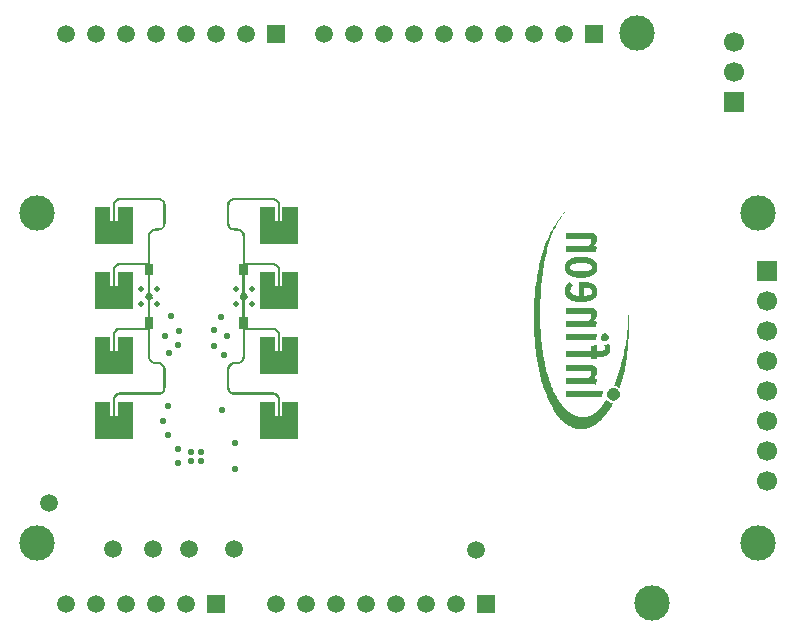
<source format=gbl>
G04*
G04 #@! TF.GenerationSoftware,Altium Limited,Altium Designer,20.1.11 (218)*
G04*
G04 Layer_Physical_Order=6*
G04 Layer_Color=16711680*
%FSLAX25Y25*%
%MOIN*%
G70*
G04*
G04 #@! TF.SameCoordinates,FBA81C19-FCCB-422B-9B6C-78DF9D3B5762*
G04*
G04*
G04 #@! TF.FilePolarity,Positive*
G04*
G01*
G75*
%ADD36R,0.05906X0.05906*%
%ADD49C,0.06693*%
%ADD50R,0.06693X0.06693*%
%ADD87C,0.01968*%
%ADD88C,0.05906*%
%ADD89C,0.11811*%
%ADD91C,0.02165*%
%ADD102C,0.05906*%
G36*
X79924Y146244D02*
X80514Y146008D01*
X80987Y145653D01*
X81341Y145181D01*
X81617Y144630D01*
X81695Y144000D01*
Y138449D01*
X82483D01*
Y143213D01*
X87562D01*
Y130693D01*
X75042D01*
Y143213D01*
X80120D01*
Y138449D01*
X80908D01*
Y143961D01*
X80869Y144354D01*
X80711Y144748D01*
X80436Y145063D01*
X80120Y145338D01*
X79727Y145496D01*
X79333Y145535D01*
X66617D01*
X66144Y145457D01*
X65750Y145299D01*
X65357Y145024D01*
X65081Y144630D01*
X64924Y144236D01*
X64845Y143764D01*
Y137858D01*
X64924Y137386D01*
X65081Y136992D01*
X65357Y136598D01*
X65750Y136323D01*
X66144Y136165D01*
X66617Y136087D01*
X67443D01*
X68113Y136008D01*
X68743Y135732D01*
X69254Y135338D01*
X69648Y134787D01*
X69924Y134197D01*
X70002Y133528D01*
Y124669D01*
X79333D01*
X79924Y124591D01*
X80514Y124354D01*
X80987Y124000D01*
X81341Y123528D01*
X81617Y122976D01*
X81695Y122346D01*
Y116795D01*
X82483D01*
Y121559D01*
X87562D01*
Y109039D01*
X75042D01*
Y121559D01*
X80120D01*
Y116795D01*
X80908D01*
Y122307D01*
X80869Y122701D01*
X80711Y123094D01*
X80436Y123409D01*
X80120Y123685D01*
X79727Y123843D01*
X79333Y123882D01*
X71065D01*
Y120457D01*
X70042D01*
Y114630D01*
X70357Y114472D01*
X70593Y114236D01*
X70790Y113961D01*
X70869Y113606D01*
Y113291D01*
X70790Y112937D01*
X70593Y112661D01*
X70357Y112425D01*
X70042Y112268D01*
Y106441D01*
X71065D01*
Y103016D01*
X79333D01*
X79924Y102937D01*
X80514Y102701D01*
X80987Y102346D01*
X81341Y101874D01*
X81617Y101323D01*
X81695Y100693D01*
Y95142D01*
X82483D01*
Y99906D01*
X87562D01*
Y87386D01*
X75042D01*
Y99906D01*
X80120D01*
Y95142D01*
X80908D01*
Y100654D01*
X80869Y101047D01*
X80711Y101441D01*
X80436Y101756D01*
X80120Y102032D01*
X79727Y102189D01*
X79333Y102228D01*
X70002D01*
Y93370D01*
X69924Y92701D01*
X69648Y92110D01*
X69254Y91559D01*
X68743Y91165D01*
X68113Y90890D01*
X67443Y90811D01*
X66617D01*
X66144Y90732D01*
X65750Y90575D01*
X65357Y90299D01*
X65081Y89906D01*
X64924Y89512D01*
X64845Y89039D01*
Y83134D01*
X64924Y82661D01*
X65081Y82268D01*
X65357Y81874D01*
X65750Y81598D01*
X66144Y81441D01*
X66617Y81362D01*
X79333D01*
X79924Y81283D01*
X80514Y81047D01*
X80987Y80693D01*
X81341Y80220D01*
X81617Y79669D01*
X81695Y79039D01*
Y73488D01*
X82483D01*
Y78252D01*
X87562D01*
Y65732D01*
X75042D01*
Y78252D01*
X80120D01*
Y73488D01*
X80908D01*
Y79000D01*
X80869Y79394D01*
X80711Y79787D01*
X80436Y80102D01*
X80120Y80378D01*
X79727Y80535D01*
X79333Y80575D01*
X66617D01*
X65947Y80654D01*
X65357Y80929D01*
X64806Y81323D01*
X64412Y81874D01*
X64136Y82464D01*
X64058Y83134D01*
Y89039D01*
X64136Y89709D01*
X64412Y90299D01*
X64806Y90850D01*
X65357Y91244D01*
X65947Y91520D01*
X66617Y91598D01*
X67443D01*
X67916Y91677D01*
X68349Y91835D01*
X68703Y92110D01*
X68979Y92504D01*
X69136Y92898D01*
X69215Y93370D01*
Y102622D01*
X68152D01*
Y106441D01*
X69176D01*
Y112268D01*
X68861Y112425D01*
X68625Y112661D01*
X68428Y112937D01*
X68335Y113353D01*
X68414Y113900D01*
X68428Y113961D01*
X68625Y114236D01*
X68861Y114472D01*
X69176Y114630D01*
Y120457D01*
X68152D01*
Y124276D01*
X69215D01*
Y133528D01*
X69136Y134000D01*
X68979Y134394D01*
X68703Y134787D01*
X68349Y135063D01*
X67916Y135220D01*
X67443Y135299D01*
X66617D01*
X65947Y135378D01*
X65357Y135653D01*
X64806Y136047D01*
X64412Y136598D01*
X64136Y137189D01*
X64058Y137858D01*
Y143764D01*
X64136Y144433D01*
X64412Y145024D01*
X64806Y145575D01*
X65357Y145968D01*
X65947Y146244D01*
X66617Y146323D01*
X79333D01*
X79924Y146244D01*
D02*
G37*
G36*
X185056Y134636D02*
X185313Y134622D01*
X185566Y134596D01*
X185812Y134553D01*
X186050Y134492D01*
X186276Y134409D01*
X186490Y134300D01*
X186690Y134164D01*
X186850Y134021D01*
X186994Y133861D01*
X187120Y133681D01*
X187225Y133485D01*
X187310Y133271D01*
X187373Y133042D01*
X187411Y132799D01*
X187424Y132541D01*
X187418Y132369D01*
X187400Y132197D01*
X187371Y132026D01*
X187332Y131856D01*
X187282Y131689D01*
X187223Y131525D01*
X187156Y131364D01*
X187081Y131207D01*
X186998Y131055D01*
X186908Y130909D01*
X186812Y130768D01*
X186711Y130634D01*
X186605Y130508D01*
X186494Y130390D01*
X186380Y130280D01*
X186262Y130180D01*
X186460Y130166D01*
X186652Y130141D01*
X186834Y130107D01*
X187004Y130069D01*
X187157Y130029D01*
X187291Y129991D01*
X187401Y129957D01*
X187484Y129933D01*
X186997Y128063D01*
X186776Y128104D01*
X186539Y128148D01*
X186281Y128193D01*
X185996Y128235D01*
X185679Y128272D01*
X185326Y128302D01*
X184931Y128322D01*
X184490Y128329D01*
X176893D01*
Y130319D01*
X184553D01*
X184762Y130502D01*
X184944Y130691D01*
X185101Y130884D01*
X185231Y131075D01*
X185334Y131263D01*
X185408Y131443D01*
X185452Y131612D01*
X185468Y131765D01*
X185465Y131864D01*
X185455Y131960D01*
X185438Y132052D01*
X185412Y132139D01*
X185377Y132220D01*
X185332Y132294D01*
X185275Y132360D01*
X185205Y132418D01*
X185116Y132473D01*
X185012Y132521D01*
X184891Y132561D01*
X184747Y132594D01*
X184576Y132619D01*
X184374Y132636D01*
X184137Y132646D01*
X183860Y132650D01*
X176893D01*
Y134640D01*
X184797D01*
X185056Y134636D01*
D02*
G37*
G36*
X182454Y126642D02*
X182770Y126629D01*
X183075Y126608D01*
X183371Y126579D01*
X183657Y126541D01*
X183933Y126496D01*
X184199Y126443D01*
X184455Y126383D01*
X184701Y126315D01*
X184937Y126239D01*
X185163Y126158D01*
X185378Y126069D01*
X185584Y125974D01*
X185779Y125871D01*
X185964Y125763D01*
X186139Y125648D01*
X186303Y125528D01*
X186457Y125401D01*
X186600Y125269D01*
X186734Y125131D01*
X186856Y124987D01*
X186969Y124839D01*
X187070Y124686D01*
X187162Y124527D01*
X187242Y124364D01*
X187312Y124197D01*
X187371Y124025D01*
X187420Y123848D01*
X187458Y123668D01*
X187485Y123484D01*
X187501Y123296D01*
X187506Y123105D01*
X187498Y122865D01*
X187474Y122634D01*
X187433Y122414D01*
X187378Y122203D01*
X187308Y122001D01*
X187225Y121809D01*
X187128Y121625D01*
X187018Y121451D01*
X186896Y121286D01*
X186763Y121129D01*
X186618Y120980D01*
X186464Y120841D01*
X186299Y120709D01*
X186126Y120585D01*
X185943Y120470D01*
X185752Y120362D01*
X185555Y120262D01*
X185350Y120170D01*
X185139Y120085D01*
X184922Y120007D01*
X184700Y119936D01*
X184474Y119873D01*
X184243Y119816D01*
X184009Y119766D01*
X183773Y119723D01*
X183534Y119686D01*
X183293Y119656D01*
X183052Y119632D01*
X182810Y119613D01*
X182568Y119600D01*
X182327Y119594D01*
X182087Y119593D01*
X181850Y119597D01*
X181610Y119605D01*
X181369Y119618D01*
X181128Y119635D01*
X180886Y119658D01*
X180646Y119687D01*
X180406Y119720D01*
X180169Y119760D01*
X179934Y119805D01*
X179703Y119857D01*
X179475Y119916D01*
X179251Y119981D01*
X179032Y120053D01*
X178819Y120133D01*
X178612Y120220D01*
X178412Y120315D01*
X178219Y120417D01*
X178034Y120529D01*
X177858Y120648D01*
X177691Y120777D01*
X177534Y120914D01*
X177387Y121061D01*
X177252Y121216D01*
X177128Y121382D01*
X177016Y121558D01*
X176918Y121744D01*
X176833Y121940D01*
X176762Y122147D01*
X176705Y122364D01*
X176664Y122594D01*
X176639Y122834D01*
X176631Y123086D01*
X176639Y123333D01*
X176664Y123570D01*
X176704Y123797D01*
X176759Y124013D01*
X176829Y124220D01*
X176913Y124416D01*
X177010Y124603D01*
X177120Y124780D01*
X177243Y124948D01*
X177377Y125107D01*
X177522Y125257D01*
X177678Y125398D01*
X177843Y125530D01*
X178018Y125654D01*
X178202Y125770D01*
X178395Y125877D01*
X178594Y125978D01*
X178802Y126069D01*
X179015Y126154D01*
X179235Y126231D01*
X179460Y126301D01*
X179690Y126364D01*
X179923Y126420D01*
X180161Y126469D01*
X180402Y126512D01*
X180646Y126549D01*
X180891Y126579D01*
X181138Y126604D01*
X181386Y126622D01*
X181634Y126636D01*
X181882Y126643D01*
X182129Y126646D01*
X182454Y126642D01*
D02*
G37*
G36*
X182357Y118252D02*
X182747Y118242D01*
X183116Y118225D01*
X183464Y118200D01*
X183792Y118168D01*
X184102Y118128D01*
X184395Y118080D01*
X184671Y118025D01*
X184932Y117959D01*
X185178Y117886D01*
X185410Y117804D01*
X185630Y117713D01*
X185839Y117612D01*
X186037Y117501D01*
X186225Y117381D01*
X186404Y117251D01*
X186656Y117035D01*
X186877Y116798D01*
X187066Y116540D01*
X187223Y116263D01*
X187346Y115965D01*
X187434Y115648D01*
X187488Y115312D01*
X187506Y114957D01*
X187485Y114582D01*
X187422Y114224D01*
X187316Y113883D01*
X187167Y113562D01*
X186976Y113259D01*
X186741Y112976D01*
X186463Y112714D01*
X186142Y112473D01*
X185955Y112355D01*
X185760Y112244D01*
X185557Y112142D01*
X185345Y112048D01*
X185126Y111962D01*
X184897Y111884D01*
X184659Y111813D01*
X184413Y111750D01*
X184157Y111695D01*
X183891Y111647D01*
X183616Y111607D01*
X183331Y111574D01*
X183036Y111549D01*
X182730Y111531D01*
X182414Y111521D01*
X182087Y111517D01*
X181771Y111521D01*
X181463Y111532D01*
X181163Y111552D01*
X180871Y111579D01*
X180589Y111614D01*
X180315Y111656D01*
X180050Y111706D01*
X179794Y111763D01*
X179548Y111828D01*
X179310Y111900D01*
X179082Y111979D01*
X178863Y112065D01*
X178654Y112159D01*
X178455Y112259D01*
X178265Y112366D01*
X178085Y112481D01*
X177916Y112602D01*
X177756Y112730D01*
X177607Y112865D01*
X177468Y113007D01*
X177340Y113155D01*
X177222Y113310D01*
X177114Y113471D01*
X177018Y113638D01*
X176933Y113813D01*
X176858Y113993D01*
X176795Y114180D01*
X176743Y114372D01*
X176702Y114572D01*
X176673Y114776D01*
X176655Y114987D01*
X176650Y115204D01*
X176670Y115608D01*
X176731Y116000D01*
X176836Y116379D01*
X176983Y116748D01*
X177176Y117107D01*
X177415Y117457D01*
X177701Y117798D01*
X178036Y118132D01*
X179520Y117341D01*
X179289Y117109D01*
X179086Y116875D01*
X178911Y116639D01*
X178766Y116400D01*
X178651Y116156D01*
X178568Y115905D01*
X178518Y115647D01*
X178501Y115381D01*
X178517Y115154D01*
X178565Y114939D01*
X178645Y114736D01*
X178754Y114547D01*
X178893Y114373D01*
X179061Y114215D01*
X179256Y114075D01*
X179479Y113953D01*
X179682Y113869D01*
X179893Y113802D01*
X180110Y113749D01*
X180334Y113710D01*
X180564Y113682D01*
X180801Y113665D01*
X181044Y113656D01*
X181293Y113653D01*
X181499D01*
Y118255D01*
X181945D01*
X182357Y118252D01*
D02*
G37*
G36*
X185056Y109636D02*
X185313Y109622D01*
X185566Y109596D01*
X185812Y109553D01*
X186050Y109492D01*
X186276Y109408D01*
X186490Y109300D01*
X186690Y109163D01*
X186850Y109021D01*
X186994Y108860D01*
X187120Y108681D01*
X187225Y108484D01*
X187310Y108271D01*
X187373Y108042D01*
X187411Y107798D01*
X187424Y107541D01*
X187418Y107368D01*
X187400Y107196D01*
X187371Y107025D01*
X187332Y106856D01*
X187282Y106689D01*
X187223Y106524D01*
X187156Y106364D01*
X187081Y106207D01*
X186998Y106055D01*
X186908Y105908D01*
X186812Y105768D01*
X186711Y105634D01*
X186605Y105508D01*
X186494Y105390D01*
X186380Y105280D01*
X186262Y105179D01*
X186460Y105166D01*
X186652Y105140D01*
X186834Y105107D01*
X187004Y105069D01*
X187157Y105029D01*
X187291Y104990D01*
X187401Y104957D01*
X187484Y104932D01*
X186997Y103062D01*
X186776Y103103D01*
X186539Y103147D01*
X186281Y103191D01*
X185996Y103233D01*
X185679Y103269D01*
X185326Y103298D01*
X184931Y103317D01*
X184490Y103324D01*
X176893D01*
Y105318D01*
X184553D01*
X184762Y105501D01*
X184944Y105690D01*
X185101Y105882D01*
X185231Y106074D01*
X185334Y106261D01*
X185408Y106441D01*
X185452Y106610D01*
X185468Y106765D01*
X185465Y106864D01*
X185455Y106959D01*
X185438Y107052D01*
X185412Y107139D01*
X185377Y107220D01*
X185332Y107294D01*
X185275Y107360D01*
X185205Y107417D01*
X185116Y107473D01*
X185012Y107521D01*
X184891Y107560D01*
X184747Y107592D01*
X184576Y107615D01*
X184374Y107632D01*
X184137Y107642D01*
X183860Y107646D01*
X176893D01*
Y109639D01*
X184797D01*
X185056Y109636D01*
D02*
G37*
G36*
X187158Y98745D02*
X176893D01*
Y100773D01*
X187424D01*
X187158Y98745D01*
D02*
G37*
G36*
X190123Y101050D02*
X190254Y101031D01*
X190381Y100998D01*
X190502Y100954D01*
X190617Y100900D01*
X190726Y100834D01*
X190828Y100759D01*
X190921Y100674D01*
X191006Y100582D01*
X191082Y100481D01*
X191148Y100373D01*
X191203Y100259D01*
X191247Y100138D01*
X191280Y100013D01*
X191300Y99883D01*
X191307Y99749D01*
X191300Y99613D01*
X191280Y99480D01*
X191247Y99352D01*
X191203Y99229D01*
X191148Y99112D01*
X191082Y99001D01*
X191006Y98899D01*
X190921Y98804D01*
X190828Y98717D01*
X190726Y98640D01*
X190617Y98573D01*
X190502Y98517D01*
X190381Y98472D01*
X190254Y98439D01*
X190123Y98418D01*
X189987Y98412D01*
X189852Y98418D01*
X189720Y98438D01*
X189593Y98470D01*
X189471Y98514D01*
X189355Y98568D01*
X189246Y98633D01*
X189144Y98708D01*
X189050Y98792D01*
X188965Y98885D01*
X188889Y98985D01*
X188823Y99093D01*
X188768Y99207D01*
X188724Y99327D01*
X188691Y99452D01*
X188671Y99582D01*
X188664Y99716D01*
X188671Y99853D01*
X188691Y99986D01*
X188724Y100115D01*
X188768Y100238D01*
X188823Y100355D01*
X188889Y100466D01*
X188965Y100569D01*
X189050Y100664D01*
X189144Y100751D01*
X189246Y100828D01*
X189355Y100896D01*
X189471Y100952D01*
X189593Y100997D01*
X189720Y101030D01*
X189852Y101050D01*
X189987Y101057D01*
X190123Y101050D01*
D02*
G37*
G36*
X191448Y97449D02*
X191563Y97239D01*
X191658Y97022D01*
X191734Y96794D01*
X191792Y96557D01*
X191833Y96310D01*
X191857Y96051D01*
X191865Y95781D01*
X191859Y95587D01*
X191840Y95391D01*
X191806Y95195D01*
X191755Y95000D01*
X191686Y94806D01*
X191598Y94614D01*
X191488Y94427D01*
X191355Y94244D01*
X191274Y94155D01*
X191182Y94065D01*
X191081Y93976D01*
X190968Y93889D01*
X190844Y93805D01*
X190708Y93723D01*
X190559Y93646D01*
X190398Y93573D01*
X190223Y93506D01*
X190034Y93445D01*
X189832Y93391D01*
X189614Y93346D01*
X189381Y93309D01*
X189133Y93282D01*
X188868Y93265D01*
X188586Y93259D01*
X188340Y93260D01*
X188098Y93264D01*
X187867Y93269D01*
X187659Y93275D01*
X187481Y93282D01*
X187343Y93287D01*
X187253Y93291D01*
X187221Y93292D01*
Y92607D01*
X185468D01*
Y93292D01*
X176893D01*
Y95338D01*
X185468D01*
Y96838D01*
X187221Y97209D01*
Y95338D01*
X188807D01*
X188952Y95342D01*
X189089Y95352D01*
X189218Y95369D01*
X189339Y95393D01*
X189452Y95423D01*
X189556Y95459D01*
X189650Y95502D01*
X189736Y95550D01*
X189813Y95604D01*
X189880Y95664D01*
X189937Y95730D01*
X189984Y95800D01*
X190021Y95876D01*
X190048Y95957D01*
X190064Y96042D01*
X190070Y96133D01*
X190064Y96266D01*
X190048Y96398D01*
X190022Y96529D01*
X189987Y96655D01*
X189943Y96776D01*
X189891Y96889D01*
X189832Y96993D01*
X189766Y97085D01*
X191314Y97651D01*
X191448Y97449D01*
D02*
G37*
G36*
X185056Y90575D02*
X185313Y90562D01*
X185566Y90536D01*
X185812Y90494D01*
X186050Y90433D01*
X186276Y90350D01*
X186490Y90241D01*
X186690Y90103D01*
X186850Y89961D01*
X186994Y89800D01*
X187120Y89622D01*
X187225Y89425D01*
X187310Y89212D01*
X187373Y88983D01*
X187411Y88739D01*
X187424Y88480D01*
X187418Y88309D01*
X187400Y88137D01*
X187371Y87967D01*
X187332Y87797D01*
X187282Y87630D01*
X187223Y87466D01*
X187156Y87305D01*
X187081Y87148D01*
X186998Y86996D01*
X186908Y86849D01*
X186812Y86709D01*
X186711Y86575D01*
X186605Y86448D01*
X186494Y86330D01*
X186380Y86220D01*
X186262Y86120D01*
X186460Y86106D01*
X186652Y86080D01*
X186834Y86047D01*
X187004Y86008D01*
X187157Y85968D01*
X187291Y85930D01*
X187401Y85897D01*
X187484Y85872D01*
X186997Y84002D01*
X186776Y84043D01*
X186539Y84088D01*
X186281Y84132D01*
X185996Y84174D01*
X185679Y84211D01*
X185326Y84241D01*
X184931Y84261D01*
X184490Y84268D01*
X176893D01*
Y86258D01*
X184553D01*
X184762Y86442D01*
X184944Y86632D01*
X185101Y86825D01*
X185231Y87016D01*
X185334Y87204D01*
X185408Y87383D01*
X185452Y87551D01*
X185468Y87705D01*
X185465Y87803D01*
X185455Y87899D01*
X185438Y87991D01*
X185412Y88079D01*
X185377Y88161D01*
X185332Y88235D01*
X185275Y88302D01*
X185205Y88361D01*
X185116Y88415D01*
X185012Y88462D01*
X184891Y88502D01*
X184747Y88534D01*
X184576Y88558D01*
X184374Y88575D01*
X184137Y88586D01*
X183860Y88589D01*
X176893D01*
Y90579D01*
X184797D01*
X185056Y90575D01*
D02*
G37*
G36*
X197883Y106625D02*
X197928Y105447D01*
X197957Y104282D01*
X197968Y103131D01*
X197964Y101996D01*
X197943Y100875D01*
X197906Y99769D01*
X197854Y98678D01*
X197787Y97603D01*
X197704Y96544D01*
X197607Y95501D01*
X197496Y94474D01*
X197370Y93464D01*
X197231Y92470D01*
X197079Y91493D01*
X196913Y90534D01*
X196910Y90514D01*
X196900Y90458D01*
X196884Y90365D01*
X196862Y90240D01*
X196834Y90085D01*
X196800Y89901D01*
X196761Y89692D01*
X196716Y89459D01*
X196665Y89204D01*
X196609Y88931D01*
X196548Y88641D01*
X196481Y88336D01*
X196410Y88020D01*
X196334Y87694D01*
X196253Y87361D01*
X196167Y87023D01*
X196102Y86770D01*
X196038Y86528D01*
X195976Y86297D01*
X195916Y86076D01*
X195857Y85866D01*
X195801Y85667D01*
X195748Y85479D01*
X195697Y85304D01*
X195649Y85140D01*
X195604Y84988D01*
X195562Y84849D01*
X195523Y84722D01*
X195488Y84608D01*
X195457Y84508D01*
X195429Y84420D01*
X195406Y84347D01*
X195418D01*
X195169Y83576D01*
X194912Y82822D01*
X194716Y83002D01*
X194505Y83164D01*
X194278Y83306D01*
X194038Y83427D01*
X193786Y83525D01*
X193523Y83599D01*
X193251Y83649D01*
X192970Y83672D01*
X193232Y84283D01*
X193488Y84905D01*
X193491D01*
X193526Y85002D01*
X193568Y85116D01*
X193614Y85246D01*
X193667Y85391D01*
X193723Y85548D01*
X193784Y85717D01*
X193848Y85897D01*
X193915Y86085D01*
X193985Y86280D01*
X194056Y86481D01*
X194128Y86686D01*
X194201Y86895D01*
X194274Y87105D01*
X194347Y87315D01*
X194419Y87525D01*
X194488Y87731D01*
X194576Y87991D01*
X194665Y88259D01*
X194754Y88532D01*
X194843Y88806D01*
X194931Y89078D01*
X195016Y89344D01*
X195097Y89601D01*
X195175Y89845D01*
X195246Y90073D01*
X195312Y90282D01*
X195370Y90469D01*
X195420Y90629D01*
X195460Y90759D01*
X195490Y90857D01*
X195509Y90918D01*
X195515Y90939D01*
X195786Y91954D01*
X196042Y92981D01*
X196282Y94018D01*
X196507Y95065D01*
X196715Y96119D01*
X196907Y97180D01*
X197082Y98246D01*
X197239Y99315D01*
X197379Y100386D01*
X197500Y101458D01*
X197602Y102529D01*
X197686Y103597D01*
X197750Y104662D01*
X197794Y105721D01*
X197817Y106773D01*
X197820Y107818D01*
X197883Y106625D01*
D02*
G37*
G36*
X189069Y79861D02*
X176893D01*
Y81862D01*
X189335D01*
X189069Y79861D01*
D02*
G37*
G36*
X193079Y82912D02*
X193290Y82880D01*
X193494Y82827D01*
X193689Y82756D01*
X193874Y82666D01*
X194050Y82560D01*
X194213Y82437D01*
X194364Y82300D01*
X194501Y82149D01*
X194624Y81986D01*
X194730Y81810D01*
X194820Y81625D01*
X194891Y81429D01*
X194943Y81226D01*
X194976Y81015D01*
X194987Y80798D01*
X194976Y80581D01*
X194943Y80370D01*
X194891Y80167D01*
X194820Y79971D01*
X194730Y79786D01*
X194624Y79611D01*
X194501Y79448D01*
X194364Y79297D01*
X194213Y79161D01*
X194050Y79038D01*
X193874Y78932D01*
X193689Y78843D01*
X193494Y78772D01*
X193290Y78720D01*
X193079Y78688D01*
X192862Y78677D01*
X192645Y78688D01*
X192434Y78720D01*
X192230Y78772D01*
X192036Y78843D01*
X191850Y78932D01*
X191675Y79038D01*
X191512Y79161D01*
X191361Y79297D01*
X191225Y79448D01*
X191102Y79611D01*
X190996Y79786D01*
X190907Y79971D01*
X190836Y80167D01*
X190784Y80370D01*
X190752Y80581D01*
X190741Y80798D01*
X190752Y81015D01*
X190784Y81226D01*
X190836Y81429D01*
X190907Y81625D01*
X190996Y81810D01*
X191102Y81986D01*
X191225Y82149D01*
X191361Y82300D01*
X191512Y82437D01*
X191675Y82560D01*
X191850Y82666D01*
X192036Y82756D01*
X192230Y82827D01*
X192434Y82880D01*
X192645Y82912D01*
X192862Y82923D01*
X193079Y82912D01*
D02*
G37*
G36*
X41721Y146244D02*
X42311Y145968D01*
X42862Y145574D01*
X43256Y145023D01*
X43532Y144433D01*
X43610Y143763D01*
Y137858D01*
X43532Y137189D01*
X43256Y136598D01*
X42862Y136047D01*
X42311Y135653D01*
X41721Y135378D01*
X41051Y135299D01*
X40224D01*
X39752Y135220D01*
X39319Y135063D01*
X38965Y134787D01*
X38689Y134393D01*
X38532Y134000D01*
X38453Y133527D01*
Y124275D01*
X39516D01*
Y120456D01*
X38492D01*
Y114629D01*
X38807Y114472D01*
X39043Y114236D01*
X39240Y113960D01*
X39254Y113900D01*
X39164Y113448D01*
X39254Y112997D01*
X39240Y112937D01*
X39043Y112661D01*
X38807Y112425D01*
X38492Y112267D01*
Y106440D01*
X39516D01*
Y102622D01*
X38453D01*
Y93370D01*
X38532Y92897D01*
X38689Y92503D01*
X38965Y92110D01*
X39319Y91834D01*
X39752Y91677D01*
X40224Y91598D01*
X41051D01*
X41721Y91519D01*
X42311Y91244D01*
X42862Y90850D01*
X43256Y90299D01*
X43532Y89708D01*
X43610Y89039D01*
Y83133D01*
X43532Y82464D01*
X43256Y81874D01*
X42862Y81322D01*
X42311Y80929D01*
X41721Y80653D01*
X41051Y80574D01*
X28335D01*
X27941Y80535D01*
X27547Y80378D01*
X27232Y80102D01*
X26957Y79787D01*
X26799Y79393D01*
X26760Y79000D01*
Y73488D01*
X27547D01*
Y78251D01*
X32626D01*
Y65732D01*
X20106D01*
Y78251D01*
X25185D01*
Y73488D01*
X25972D01*
Y79039D01*
X26051Y79669D01*
X26327Y80220D01*
X26681Y80692D01*
X27154Y81047D01*
X27744Y81283D01*
X28335Y81362D01*
X41051D01*
X41524Y81441D01*
X41917Y81598D01*
X42311Y81874D01*
X42587Y82267D01*
X42744Y82661D01*
X42823Y83133D01*
Y89039D01*
X42744Y89511D01*
X42587Y89905D01*
X42311Y90299D01*
X41917Y90574D01*
X41524Y90732D01*
X41051Y90811D01*
X40224D01*
X39555Y90889D01*
X38925Y91165D01*
X38413Y91559D01*
X38020Y92110D01*
X37744Y92700D01*
X37665Y93370D01*
Y102228D01*
X28335D01*
X27941Y102189D01*
X27547Y102031D01*
X27232Y101755D01*
X26957Y101441D01*
X26799Y101047D01*
X26760Y100653D01*
Y95141D01*
X27547D01*
Y99905D01*
X32626D01*
Y87385D01*
X20106D01*
Y99905D01*
X25185D01*
Y95141D01*
X25972D01*
Y100692D01*
X26051Y101322D01*
X26327Y101874D01*
X26681Y102346D01*
X27154Y102700D01*
X27744Y102937D01*
X28335Y103015D01*
X36602D01*
Y106440D01*
X37626D01*
Y112267D01*
X37311Y112425D01*
X37075Y112661D01*
X36878Y112937D01*
X36799Y113291D01*
Y113606D01*
X36878Y113960D01*
X37075Y114236D01*
X37311Y114472D01*
X37626Y114629D01*
Y120456D01*
X36602D01*
Y123881D01*
X28335D01*
X27941Y123842D01*
X27547Y123685D01*
X27232Y123409D01*
X26957Y123094D01*
X26799Y122700D01*
X26760Y122307D01*
Y116795D01*
X27547D01*
Y121559D01*
X32626D01*
Y109039D01*
X20106D01*
Y121559D01*
X25185D01*
Y116795D01*
X25972D01*
Y122346D01*
X26051Y122976D01*
X26327Y123527D01*
X26681Y124000D01*
X27154Y124354D01*
X27744Y124590D01*
X28335Y124669D01*
X37665D01*
Y133527D01*
X37744Y134196D01*
X38020Y134787D01*
X38413Y135338D01*
X38925Y135732D01*
X39555Y136007D01*
X40224Y136086D01*
X41051D01*
X41524Y136165D01*
X41917Y136322D01*
X42311Y136598D01*
X42587Y136992D01*
X42744Y137385D01*
X42823Y137858D01*
Y143763D01*
X42744Y144236D01*
X42587Y144630D01*
X42311Y145023D01*
X41917Y145299D01*
X41524Y145456D01*
X41051Y145535D01*
X28335D01*
X27941Y145496D01*
X27547Y145338D01*
X27232Y145063D01*
X26957Y144748D01*
X26799Y144354D01*
X26760Y143960D01*
Y138448D01*
X27547D01*
Y143212D01*
X32626D01*
Y130693D01*
X20106D01*
Y143212D01*
X25185D01*
Y138448D01*
X25972D01*
Y144000D01*
X26051Y144630D01*
X26327Y145181D01*
X26681Y145653D01*
X27154Y146008D01*
X27744Y146244D01*
X28335Y146322D01*
X41051D01*
X41721Y146244D01*
D02*
G37*
G36*
X176679Y141449D02*
X176196Y140888D01*
X175725Y140285D01*
X175267Y139640D01*
X174823Y138956D01*
X174392Y138233D01*
X173974Y137471D01*
X173570Y136673D01*
X173180Y135838D01*
X172805Y134968D01*
X172443Y134065D01*
X172096Y133128D01*
X171763Y132159D01*
X171445Y131159D01*
X171142Y130129D01*
X170853Y129070D01*
X170580Y127983D01*
X170322Y126869D01*
X170080Y125729D01*
X169853Y124564D01*
X169642Y123375D01*
X169447Y122163D01*
X169268Y120929D01*
X169106Y119674D01*
X168960Y118399D01*
X168830Y117105D01*
X168717Y115793D01*
X168621Y114464D01*
X168543Y113119D01*
X168481Y111760D01*
X168437Y110386D01*
X168410Y108999D01*
X168401Y107601D01*
X168406Y106652D01*
X168419Y105714D01*
X168440Y104787D01*
X168470Y103871D01*
X168509Y102966D01*
X168555Y102071D01*
X168610Y101188D01*
X168673Y100317D01*
X168744Y99457D01*
X168823Y98608D01*
X168910Y97772D01*
X169004Y96947D01*
X169106Y96134D01*
X169216Y95333D01*
X169333Y94544D01*
X169458Y93768D01*
X169589Y93003D01*
X169728Y92252D01*
X169874Y91513D01*
X170027Y90787D01*
X170187Y90073D01*
X170353Y89373D01*
X170527Y88685D01*
X170707Y88011D01*
X170893Y87350D01*
X171086Y86703D01*
X171285Y86069D01*
X171491Y85449D01*
X171702Y84842D01*
X171920Y84250D01*
X172144Y83671D01*
X172373Y83107D01*
X172609Y82556D01*
X172850Y82021D01*
X173096Y81499D01*
X173348Y80993D01*
X173606Y80500D01*
X173869Y80023D01*
X174137Y79561D01*
X174410Y79113D01*
X174688Y78681D01*
X174971Y78264D01*
X175260Y77862D01*
X175552Y77476D01*
X175850Y77106D01*
X176152Y76751D01*
X176459Y76412D01*
X176770Y76089D01*
X177085Y75783D01*
X177404Y75492D01*
X177728Y75217D01*
X178056Y74959D01*
X178387Y74718D01*
X178723Y74493D01*
X179062Y74285D01*
X179404Y74094D01*
X179751Y73920D01*
X180101Y73763D01*
X180454Y73623D01*
X180810Y73501D01*
X181170Y73396D01*
X181533Y73308D01*
X181898Y73238D01*
X182267Y73186D01*
X182545Y73162D01*
X182823Y73154D01*
X183099Y73160D01*
X183375Y73182D01*
X183650Y73219D01*
X183924Y73270D01*
X184198Y73335D01*
X184470Y73415D01*
X184741Y73509D01*
X185012Y73617D01*
X185281Y73739D01*
X185549Y73873D01*
X185815Y74022D01*
X186081Y74183D01*
X186344Y74357D01*
X186607Y74543D01*
X186868Y74742D01*
X187127Y74953D01*
X187385Y75176D01*
X187641Y75411D01*
X187895Y75657D01*
X188148Y75915D01*
X188398Y76184D01*
X188647Y76463D01*
X188894Y76754D01*
X189138Y77055D01*
X189381Y77366D01*
X189621Y77688D01*
X189860Y78019D01*
X190096Y78360D01*
X190329Y78710D01*
X190561Y79070D01*
X190768Y78825D01*
X191001Y78604D01*
X191257Y78410D01*
X191535Y78245D01*
X191831Y78111D01*
X192143Y78011D01*
X192470Y77946D01*
X192809Y77920D01*
X192531Y77401D01*
X192247Y76897D01*
X191958Y76407D01*
X191664Y75931D01*
X191366Y75471D01*
X191062Y75026D01*
X190754Y74595D01*
X190442Y74180D01*
X190126Y73781D01*
X189806Y73396D01*
X189481Y73028D01*
X189153Y72675D01*
X188822Y72338D01*
X188487Y72017D01*
X188149Y71712D01*
X187808Y71424D01*
X187464Y71152D01*
X187118Y70896D01*
X186768Y70657D01*
X186416Y70435D01*
X186063Y70231D01*
X185706Y70043D01*
X185348Y69872D01*
X184989Y69719D01*
X184627Y69583D01*
X184264Y69465D01*
X183900Y69365D01*
X183535Y69283D01*
X183168Y69218D01*
X182801Y69172D01*
X182433Y69144D01*
X182065Y69135D01*
X181658Y69147D01*
X181253Y69181D01*
X180851Y69237D01*
X180450Y69316D01*
X180053Y69416D01*
X179658Y69539D01*
X179265Y69683D01*
X178876Y69849D01*
X178490Y70036D01*
X178107Y70245D01*
X177728Y70474D01*
X177352Y70724D01*
X176980Y70995D01*
X176611Y71286D01*
X176247Y71597D01*
X175887Y71928D01*
X175531Y72279D01*
X175179Y72650D01*
X174832Y73041D01*
X174490Y73450D01*
X174153Y73879D01*
X173820Y74327D01*
X173493Y74794D01*
X173171Y75279D01*
X172854Y75782D01*
X172543Y76304D01*
X172238Y76844D01*
X171939Y77402D01*
X171646Y77977D01*
X171359Y78570D01*
X171078Y79180D01*
X170803Y79807D01*
X170536Y80451D01*
X170275Y81112D01*
X170021Y81789D01*
X169773Y82483D01*
X169534Y83193D01*
X169301Y83919D01*
X169076Y84661D01*
X168859Y85419D01*
X168649Y86192D01*
X168447Y86980D01*
X168254Y87783D01*
X168068Y88602D01*
X167892Y89435D01*
X167723Y90282D01*
X167563Y91144D01*
X167412Y92020D01*
X167270Y92911D01*
X167137Y93814D01*
X167013Y94732D01*
X166899Y95663D01*
X166794Y96607D01*
X166698Y97565D01*
X166613Y98535D01*
X166537Y99518D01*
X166472Y100514D01*
X166417Y101521D01*
X166372Y102541D01*
X166338Y103574D01*
X166315Y104617D01*
X166302Y105673D01*
X166300Y106740D01*
X166310Y107818D01*
X166343Y109282D01*
X166400Y110722D01*
X166481Y112140D01*
X166585Y113535D01*
X166712Y114906D01*
X166861Y116253D01*
X167031Y117575D01*
X167222Y118872D01*
X167434Y120145D01*
X167665Y121391D01*
X167915Y122611D01*
X168183Y123806D01*
X168470Y124973D01*
X168773Y126113D01*
X169093Y127226D01*
X169429Y128310D01*
X169781Y129366D01*
X170148Y130393D01*
X170528Y131391D01*
X170923Y132360D01*
X171330Y133299D01*
X171750Y134207D01*
X172182Y135085D01*
X172625Y135932D01*
X173079Y136747D01*
X173543Y137530D01*
X174016Y138281D01*
X174498Y138999D01*
X174988Y139685D01*
X175487Y140337D01*
X175992Y140955D01*
X176503Y141539D01*
X176679Y141449D01*
D02*
G37*
%LPC*%
G36*
X182475Y124461D02*
X182023D01*
X181910Y124461D01*
X181789Y124460D01*
X181661Y124458D01*
X181528Y124456D01*
X181390Y124452D01*
X181247Y124447D01*
X181101Y124441D01*
X180951Y124432D01*
X180800Y124421D01*
X180648Y124407D01*
X180495Y124391D01*
X180342Y124372D01*
X180190Y124351D01*
X180039Y124325D01*
X179891Y124296D01*
X179746Y124263D01*
X179605Y124225D01*
X179469Y124184D01*
X179338Y124138D01*
X179214Y124087D01*
X179096Y124031D01*
X178986Y123970D01*
X178884Y123902D01*
X178792Y123830D01*
X178709Y123751D01*
X178637Y123666D01*
X178577Y123575D01*
X178528Y123477D01*
X178493Y123371D01*
X178471Y123258D01*
X178463Y123138D01*
X178471Y123009D01*
X178493Y122887D01*
X178528Y122774D01*
X178577Y122668D01*
X178637Y122570D01*
X178709Y122479D01*
X178792Y122395D01*
X178885Y122318D01*
X178987Y122247D01*
X179097Y122182D01*
X179215Y122123D01*
X179341Y122070D01*
X179472Y122021D01*
X179609Y121978D01*
X179751Y121940D01*
X179896Y121905D01*
X180045Y121876D01*
X180197Y121850D01*
X180350Y121828D01*
X180505Y121809D01*
X180659Y121793D01*
X180814Y121780D01*
X180967Y121769D01*
X181118Y121761D01*
X181266Y121755D01*
X181412Y121750D01*
X181553Y121748D01*
X181689Y121745D01*
X181819Y121745D01*
X181944Y121744D01*
X182061D01*
X182170Y121745D01*
X182384D01*
X182501Y121745D01*
X182625Y121747D01*
X182754Y121749D01*
X182887Y121753D01*
X183024Y121758D01*
X183165Y121765D01*
X183308Y121774D01*
X183452Y121785D01*
X183598Y121799D01*
X183745Y121815D01*
X183891Y121834D01*
X184036Y121857D01*
X184179Y121882D01*
X184320Y121912D01*
X184457Y121946D01*
X184591Y121983D01*
X184721Y122025D01*
X184845Y122072D01*
X184963Y122123D01*
X185075Y122180D01*
X185179Y122242D01*
X185275Y122310D01*
X185363Y122384D01*
X185441Y122464D01*
X185510Y122550D01*
X185567Y122643D01*
X185612Y122743D01*
X185646Y122850D01*
X185667Y122964D01*
X185674Y123086D01*
X185667Y123215D01*
X185646Y123337D01*
X185613Y123450D01*
X185567Y123555D01*
X185510Y123652D01*
X185443Y123743D01*
X185365Y123826D01*
X185277Y123903D01*
X185181Y123973D01*
X185077Y124037D01*
X184966Y124096D01*
X184848Y124149D01*
X184723Y124196D01*
X184594Y124238D01*
X184460Y124276D01*
X184321Y124309D01*
X184180Y124338D01*
X184036Y124363D01*
X183890Y124384D01*
X183743Y124402D01*
X183595Y124418D01*
X183448Y124430D01*
X183301Y124440D01*
X183155Y124447D01*
X183012Y124453D01*
X182872Y124456D01*
X182735Y124459D01*
X182603Y124460D01*
X182475Y124461D01*
D02*
G37*
G36*
X183148Y116228D02*
Y113653D01*
X183480Y113664D01*
X183789Y113682D01*
X184075Y113710D01*
X184338Y113747D01*
X184579Y113794D01*
X184798Y113849D01*
X184994Y113915D01*
X185169Y113990D01*
X185323Y114075D01*
X185455Y114171D01*
X185567Y114277D01*
X185657Y114394D01*
X185727Y114523D01*
X185777Y114662D01*
X185807Y114813D01*
X185816Y114976D01*
X185803Y115158D01*
X185765Y115323D01*
X185702Y115472D01*
X185615Y115606D01*
X185507Y115724D01*
X185378Y115829D01*
X185230Y115920D01*
X185063Y115999D01*
X184897Y116054D01*
X184706Y116101D01*
X184492Y116140D01*
X184257Y116172D01*
X184004Y116197D01*
X183733Y116214D01*
X183447Y116224D01*
X183148Y116228D01*
D02*
G37*
%LPD*%
D36*
X150395Y10967D02*
D03*
X60395D02*
D03*
X186395Y200967D02*
D03*
X80395D02*
D03*
D49*
X243988Y91898D02*
D03*
Y101898D02*
D03*
Y111898D02*
D03*
Y61898D02*
D03*
Y51898D02*
D03*
Y71898D02*
D03*
Y81898D02*
D03*
X232915Y198071D02*
D03*
Y188071D02*
D03*
D50*
X243988Y121898D02*
D03*
X232915Y178071D02*
D03*
D87*
X38020Y113448D02*
D03*
X69648Y113449D02*
D03*
X38032Y113425D02*
D03*
X69672Y113451D02*
D03*
X35473Y115984D02*
D03*
X40591D02*
D03*
Y110866D02*
D03*
X67112Y116010D02*
D03*
X72231D02*
D03*
X67112Y110892D02*
D03*
X72231D02*
D03*
X35473Y110866D02*
D03*
D88*
X80395Y10967D02*
D03*
X90395D02*
D03*
X100395D02*
D03*
X110395D02*
D03*
X120395D02*
D03*
X130395D02*
D03*
X140395D02*
D03*
X50395D02*
D03*
X40395D02*
D03*
X30395D02*
D03*
X20395D02*
D03*
X10395D02*
D03*
X176395Y200967D02*
D03*
X156395D02*
D03*
X146395D02*
D03*
X136395D02*
D03*
X126395D02*
D03*
X116395D02*
D03*
X106395D02*
D03*
X96395D02*
D03*
X166395D02*
D03*
X70395D02*
D03*
X60395D02*
D03*
X50395D02*
D03*
X40395D02*
D03*
X30395D02*
D03*
X20395D02*
D03*
X10395D02*
D03*
D89*
X592Y31142D02*
D03*
Y141142D02*
D03*
D03*
X241181Y31142D02*
D03*
Y141142D02*
D03*
X205591Y11142D02*
D03*
X200591Y201142D02*
D03*
X592Y141142D02*
D03*
Y31142D02*
D03*
D91*
X63962Y100293D02*
D03*
X147276Y29028D02*
D03*
X43381Y100293D02*
D03*
X44436Y67220D02*
D03*
X42742Y71992D02*
D03*
X39430Y29069D02*
D03*
X51221Y29028D02*
D03*
X25888Y29139D02*
D03*
X44394Y76835D02*
D03*
X66827Y55701D02*
D03*
X59866Y96808D02*
D03*
X66295Y29028D02*
D03*
X47842Y97228D02*
D03*
X61967Y106533D02*
D03*
X63175Y93726D02*
D03*
X55312Y58528D02*
D03*
X52178D02*
D03*
X52153Y61687D02*
D03*
X66827Y64541D02*
D03*
X59637Y102032D02*
D03*
X45515Y106992D02*
D03*
X47842Y57836D02*
D03*
X47849Y62407D02*
D03*
X44548Y94461D02*
D03*
X47912Y101900D02*
D03*
X62445Y75356D02*
D03*
X55336Y61687D02*
D03*
X4862Y44598D02*
D03*
D102*
X147089Y28890D02*
D03*
X66295Y29028D02*
D03*
X51221Y29028D02*
D03*
X39534Y29061D02*
D03*
X25888Y29139D02*
D03*
X4862Y44598D02*
D03*
M02*

</source>
